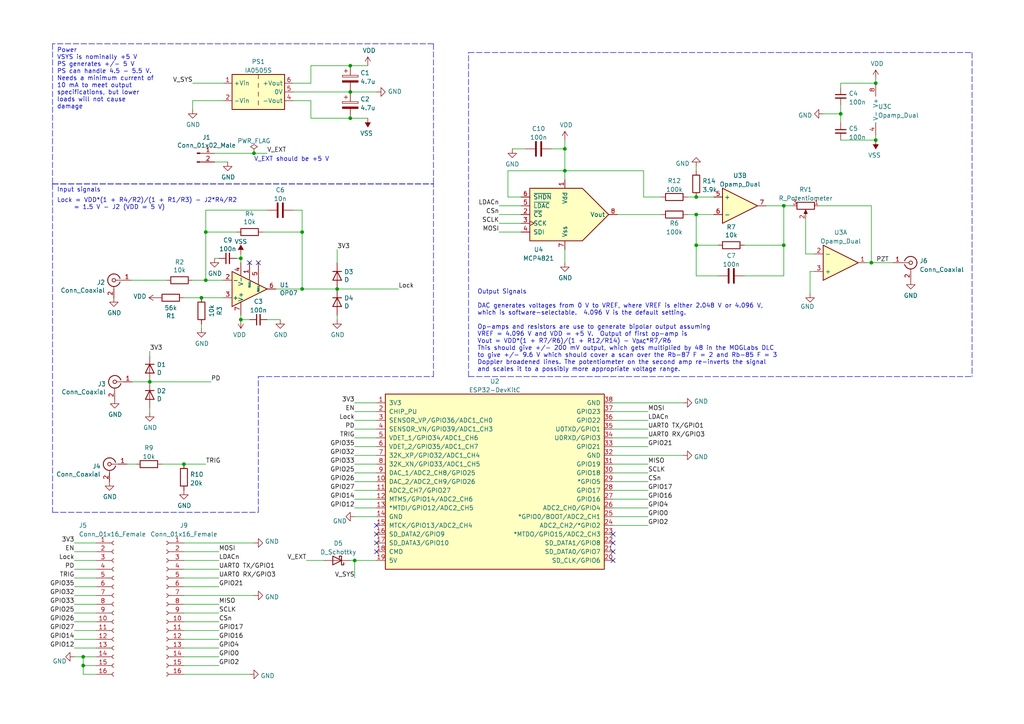
<source format=kicad_sch>
(kicad_sch (version 20211123) (generator eeschema)
  (paper "A4")
  (lib_symbols
    (symbol "Amplifier_Operational:TL081" (pin_names (offset 0.127))
      (property "Reference" "U" (at 0 6.35 0))
      (property "Value" "TL081" (at 0 3.81 0))
      (symbol "TL081_0_1"
        (polyline (pts (xy -5.08 5.08) (xy 5.08 0) (xy -5.08 -5.08) (xy -5.08 5.08)) (stroke (width 0.254)) (fill (type background)))
      )
      (symbol "TL081_1_1"
        (pin input line (at 0 -7.62 90) (length 5.08) (name "NULL") (number "1"))
        (pin input line (at -7.62 -2.54 0) (length 2.54) (name "-") (number "2"))
        (pin input line (at -7.62 2.54 0) (length 2.54) (name "+") (number "3"))
        (pin power_in line (at -2.54 -7.62 90) (length 3.81) (name "V-") (number "4"))
        (pin input line (at 2.54 -7.62 90) (length 6.35) (name "NULL") (number "5"))
        (pin output line (at 7.62 0 180) (length 2.54) (name "~") (number "6"))
        (pin power_in line (at -2.54 7.62 270) (length 3.81) (name "V+") (number "7"))
        (pin no_connect line (at 0 2.54 270) (length 2.54) hide (name "NC") (number "8"))
      )
    )
    (symbol "Analog_DAC:MCP4821" (pin_names (offset 1.016))
      (property "Reference" "U" (at 1.27 10.795 0))
      (property "Value" "MCP4821" (at 1.27 8.89 0))
      (symbol "MCP4821_0_0"
        (polyline (pts (xy 12.7 0) (xy 5.08 7.62) (xy -10.16 7.62) (xy -10.16 -7.62) (xy 5.08 -7.62) (xy 12.7 0)) (stroke (width 0.254)) (fill (type background)))
      )
      (symbol "MCP4821_1_1"
        (pin power_in line (at 0 10.16 270) (length 2.54) (name "Vdd") (number "1"))
        (pin input line (at -12.7 0 0) (length 2.54) (name "~{CS}") (number "2"))
        (pin input clock (at -12.7 -2.54 0) (length 2.54) (name "SCK") (number "3"))
        (pin input line (at -12.7 -5.08 0) (length 2.54) (name "SDI") (number "4"))
        (pin input line (at -12.7 2.54 0) (length 2.54) (name "~{LDAC}") (number "5"))
        (pin input line (at -12.7 5.08 0) (length 2.54) (name "~{SHDN}") (number "6"))
        (pin power_in line (at 0 -10.16 90) (length 2.54) (name "Vss") (number "7"))
        (pin output line (at 15.24 0 180) (length 2.54) (name "Vout") (number "8"))
      )
    )
    (symbol "Connector:Conn_01x02_Male" (pin_names (offset 1.016) hide)
      (property "Reference" "J" (at 0 2.54 0))
      (property "Value" "Conn_01x02_Male" (at 0 -5.08 0))
      (symbol "Conn_01x02_Male_1_1"
        (polyline (pts (xy 1.27 -2.54) (xy 0.8636 -2.54)) (stroke (width 0.1524)))
        (polyline (pts (xy 1.27 0) (xy 0.8636 0)) (stroke (width 0.1524)))
        (rectangle (start 0.8636 -2.413) (end 0 -2.667) (stroke (width 0.1524)) (fill (type outline)))
        (rectangle (start 0.8636 0.127) (end 0 -0.127) (stroke (width 0.1524)) (fill (type outline)))
        (pin passive line (at 5.08 0 180) (length 3.81) (name "Pin_1") (number "1"))
        (pin passive line (at 5.08 -2.54 180) (length 3.81) (name "Pin_2") (number "2"))
      )
    )
    (symbol "Connector:Conn_01x16_Female" (pin_names (offset 1.016) hide)
      (property "Reference" "J" (at 0 20.32 0))
      (property "Value" "Conn_01x16_Female" (at 0 -22.86 0))
      (symbol "Conn_01x16_Female_1_1"
        (arc (start 0 -19.812) (mid -0.508 -20.32) (end 0 -20.828) (stroke (width 0.1524)))
        (arc (start 0 -17.272) (mid -0.508 -17.78) (end 0 -18.288) (stroke (width 0.1524)))
        (arc (start 0 -14.732) (mid -0.508 -15.24) (end 0 -15.748) (stroke (width 0.1524)))
        (arc (start 0 -12.192) (mid -0.508 -12.7) (end 0 -13.208) (stroke (width 0.1524)))
        (arc (start 0 -9.652) (mid -0.508 -10.16) (end 0 -10.668) (stroke (width 0.1524)))
        (arc (start 0 -7.112) (mid -0.508 -7.62) (end 0 -8.128) (stroke (width 0.1524)))
        (arc (start 0 -4.572) (mid -0.508 -5.08) (end 0 -5.588) (stroke (width 0.1524)))
        (arc (start 0 -2.032) (mid -0.508 -2.54) (end 0 -3.048) (stroke (width 0.1524)))
        (polyline (pts (xy -1.27 -20.32) (xy -0.508 -20.32)) (stroke (width 0.1524)))
        (polyline (pts (xy -1.27 -17.78) (xy -0.508 -17.78)) (stroke (width 0.1524)))
        (polyline (pts (xy -1.27 -15.24) (xy -0.508 -15.24)) (stroke (width 0.1524)))
        (polyline (pts (xy -1.27 -12.7) (xy -0.508 -12.7)) (stroke (width 0.1524)))
        (polyline (pts (xy -1.27 -10.16) (xy -0.508 -10.16)) (stroke (width 0.1524)))
        (polyline (pts (xy -1.27 -7.62) (xy -0.508 -7.62)) (stroke (width 0.1524)))
        (polyline (pts (xy -1.27 -5.08) (xy -0.508 -5.08)) (stroke (width 0.1524)))
        (polyline (pts (xy -1.27 -2.54) (xy -0.508 -2.54)) (stroke (width 0.1524)))
        (polyline (pts (xy -1.27 0) (xy -0.508 0)) (stroke (width 0.1524)))
        (polyline (pts (xy -1.27 2.54) (xy -0.508 2.54)) (stroke (width 0.1524)))
        (polyline (pts (xy -1.27 5.08) (xy -0.508 5.08)) (stroke (width 0.1524)))
        (polyline (pts (xy -1.27 7.62) (xy -0.508 7.62)) (stroke (width 0.1524)))
        (polyline (pts (xy -1.27 10.16) (xy -0.508 10.16)) (stroke (width 0.1524)))
        (polyline (pts (xy -1.27 12.7) (xy -0.508 12.7)) (stroke (width 0.1524)))
        (polyline (pts (xy -1.27 15.24) (xy -0.508 15.24)) (stroke (width 0.1524)))
        (polyline (pts (xy -1.27 17.78) (xy -0.508 17.78)) (stroke (width 0.1524)))
        (arc (start 0 0.508) (mid -0.508 0) (end 0 -0.508) (stroke (width 0.1524)))
        (arc (start 0 3.048) (mid -0.508 2.54) (end 0 2.032) (stroke (width 0.1524)))
        (arc (start 0 5.588) (mid -0.508 5.08) (end 0 4.572) (stroke (width 0.1524)))
        (arc (start 0 8.128) (mid -0.508 7.62) (end 0 7.112) (stroke (width 0.1524)))
        (arc (start 0 10.668) (mid -0.508 10.16) (end 0 9.652) (stroke (width 0.1524)))
        (arc (start 0 13.208) (mid -0.508 12.7) (end 0 12.192) (stroke (width 0.1524)))
        (arc (start 0 15.748) (mid -0.508 15.24) (end 0 14.732) (stroke (width 0.1524)))
        (arc (start 0 18.288) (mid -0.508 17.78) (end 0 17.272) (stroke (width 0.1524)))
        (pin passive line (at -5.08 17.78 0) (length 3.81) (name "Pin_1") (number "1"))
        (pin passive line (at -5.08 -5.08 0) (length 3.81) (name "Pin_10") (number "10"))
        (pin passive line (at -5.08 -7.62 0) (length 3.81) (name "Pin_11") (number "11"))
        (pin passive line (at -5.08 -10.16 0) (length 3.81) (name "Pin_12") (number "12"))
        (pin passive line (at -5.08 -12.7 0) (length 3.81) (name "Pin_13") (number "13"))
        (pin passive line (at -5.08 -15.24 0) (length 3.81) (name "Pin_14") (number "14"))
        (pin passive line (at -5.08 -17.78 0) (length 3.81) (name "Pin_15") (number "15"))
        (pin passive line (at -5.08 -20.32 0) (length 3.81) (name "Pin_16") (number "16"))
        (pin passive line (at -5.08 15.24 0) (length 3.81) (name "Pin_2") (number "2"))
        (pin passive line (at -5.08 12.7 0) (length 3.81) (name "Pin_3") (number "3"))
        (pin passive line (at -5.08 10.16 0) (length 3.81) (name "Pin_4") (number "4"))
        (pin passive line (at -5.08 7.62 0) (length 3.81) (name "Pin_5") (number "5"))
        (pin passive line (at -5.08 5.08 0) (length 3.81) (name "Pin_6") (number "6"))
        (pin passive line (at -5.08 2.54 0) (length 3.81) (name "Pin_7") (number "7"))
        (pin passive line (at -5.08 0 0) (length 3.81) (name "Pin_8") (number "8"))
        (pin passive line (at -5.08 -2.54 0) (length 3.81) (name "Pin_9") (number "9"))
      )
    )
    (symbol "Connector:Conn_Coaxial" (pin_names (offset 1.016) hide)
      (property "Reference" "J" (at 0.254 3.048 0))
      (property "Value" "Conn_Coaxial" (at 2.921 0 90))
      (symbol "Conn_Coaxial_0_1"
        (arc (start -1.778 -0.508) (mid 0.2311 -1.8066) (end 1.778 0) (stroke (width 0.254)))
        (polyline (pts (xy -2.54 0) (xy -0.508 0)))
        (polyline (pts (xy 0 -2.54) (xy 0 -1.778)))
        (circle (center 0 0) (radius 0.508) (stroke (width 0.2032)))
        (arc (start 1.778 0) (mid 0.2099 1.8101) (end -1.778 0.508) (stroke (width 0.254)))
      )
      (symbol "Conn_Coaxial_1_1"
        (pin passive line (at -5.08 0 0) (length 2.54) (name "In") (number "1"))
        (pin passive line (at 0 -5.08 90) (length 2.54) (name "Ext") (number "2"))
      )
    )
    (symbol "Converter_DCDC:IA0505S"
      (property "Reference" "PS" (at -7.62 6.35 0))
      (property "Value" "IA0505S" (at 1.27 6.35 0))
      (symbol "IA0505S_0_0"
        (pin power_in line (at -10.16 2.54 0) (length 2.54) (name "+Vin") (number "1"))
        (pin power_in line (at -10.16 -2.54 0) (length 2.54) (name "-Vin") (number "2"))
        (pin power_out line (at 10.16 -2.54 180) (length 2.54) (name "-Vout") (number "4"))
        (pin power_out line (at 10.16 0 180) (length 2.54) (name "0V") (number "5"))
        (pin power_out line (at 10.16 2.54 180) (length 2.54) (name "+Vout") (number "6"))
      )
      (symbol "IA0505S_0_1"
        (rectangle (start -7.62 5.08) (end 7.62 -5.08) (stroke (width 0.254)) (fill (type background)))
        (polyline (pts (xy 0 -2.54) (xy 0 -3.81)))
        (polyline (pts (xy 0 0) (xy 0 -1.27)))
        (polyline (pts (xy 0 2.54) (xy 0 1.27)))
        (polyline (pts (xy 0 5.08) (xy 0 3.81)))
      )
    )
    (symbol "Device:C" (pin_numbers hide) (pin_names (offset 0.254))
      (property "Reference" "C" (at 0.635 2.54 0))
      (property "Value" "C" (at 0.635 -2.54 0))
      (symbol "C_0_1"
        (polyline (pts (xy -2.032 -0.762) (xy 2.032 -0.762)) (stroke (width 0.508)))
        (polyline (pts (xy -2.032 0.762) (xy 2.032 0.762)) (stroke (width 0.508)))
      )
      (symbol "C_1_1"
        (pin passive line (at 0 3.81 270) (length 2.794) (name "~") (number "1"))
        (pin passive line (at 0 -3.81 90) (length 2.794) (name "~") (number "2"))
      )
    )
    (symbol "Device:C_Polarized" (pin_numbers hide) (pin_names (offset 0.254))
      (property "Reference" "C" (at 0.635 2.54 0))
      (property "Value" "C_Polarized" (at 0.635 -2.54 0))
      (symbol "C_Polarized_0_1"
        (rectangle (start -2.286 0.508) (end 2.286 1.016))
        (polyline (pts (xy -1.778 2.286) (xy -0.762 2.286)))
        (polyline (pts (xy -1.27 2.794) (xy -1.27 1.778)))
        (rectangle (start 2.286 -0.508) (end -2.286 -1.016) (fill (type outline)))
      )
      (symbol "C_Polarized_1_1"
        (pin passive line (at 0 3.81 270) (length 2.794) (name "~") (number "1"))
        (pin passive line (at 0 -3.81 90) (length 2.794) (name "~") (number "2"))
      )
    )
    (symbol "Device:C_Small" (pin_numbers hide) (pin_names (offset 0.254) hide)
      (property "Reference" "C" (at 0.254 1.778 0))
      (property "Value" "C_Small" (at 0.254 -2.032 0))
      (symbol "C_Small_0_1"
        (polyline (pts (xy -1.524 -0.508) (xy 1.524 -0.508)) (stroke (width 0.3302)))
        (polyline (pts (xy -1.524 0.508) (xy 1.524 0.508)) (stroke (width 0.3048)))
      )
      (symbol "C_Small_1_1"
        (pin passive line (at 0 2.54 270) (length 2.032) (name "~") (number "1"))
        (pin passive line (at 0 -2.54 90) (length 2.032) (name "~") (number "2"))
      )
    )
    (symbol "Device:D" (pin_numbers hide) (pin_names (offset 1.016) hide)
      (property "Reference" "D" (at 0 2.54 0))
      (property "Value" "D" (at 0 -2.54 0))
      (symbol "D_0_1"
        (polyline (pts (xy -1.27 1.27) (xy -1.27 -1.27)) (stroke (width 0.254)))
        (polyline (pts (xy 1.27 0) (xy -1.27 0)))
        (polyline (pts (xy 1.27 1.27) (xy 1.27 -1.27) (xy -1.27 0) (xy 1.27 1.27)) (stroke (width 0.254)))
      )
      (symbol "D_1_1"
        (pin passive line (at -3.81 0 0) (length 2.54) (name "K") (number "1"))
        (pin passive line (at 3.81 0 180) (length 2.54) (name "A") (number "2"))
      )
    )
    (symbol "Device:D_Schottky" (pin_numbers hide) (pin_names (offset 1.016) hide)
      (property "Reference" "D" (at 0 2.54 0))
      (property "Value" "D_Schottky" (at 0 -2.54 0))
      (symbol "D_Schottky_0_1"
        (polyline (pts (xy 1.27 0) (xy -1.27 0)))
        (polyline (pts (xy 1.27 1.27) (xy 1.27 -1.27) (xy -1.27 0) (xy 1.27 1.27)) (stroke (width 0.254)))
        (polyline (pts (xy -1.905 0.635) (xy -1.905 1.27) (xy -1.27 1.27) (xy -1.27 -1.27) (xy -0.635 -1.27) (xy -0.635 -0.635)) (stroke (width 0.254)))
      )
      (symbol "D_Schottky_1_1"
        (pin passive line (at -3.81 0 0) (length 2.54) (name "K") (number "1"))
        (pin passive line (at 3.81 0 180) (length 2.54) (name "A") (number "2"))
      )
    )
    (symbol "Device:Opamp_Dual"
      (property "Reference" "U" (at 0 5.08 0))
      (property "Value" "Opamp_Dual" (at 0 -5.08 0))
      (symbol "Opamp_Dual_1_1"
        (polyline (pts (xy -5.08 5.08) (xy 5.08 0) (xy -5.08 -5.08) (xy -5.08 5.08)) (stroke (width 0.254)) (fill (type background)))
        (pin output line (at 7.62 0 180) (length 2.54) (name "~") (number "1"))
        (pin input line (at -7.62 -2.54 0) (length 2.54) (name "-") (number "2"))
        (pin input line (at -7.62 2.54 0) (length 2.54) (name "+") (number "3"))
      )
      (symbol "Opamp_Dual_2_1"
        (polyline (pts (xy -5.08 5.08) (xy 5.08 0) (xy -5.08 -5.08) (xy -5.08 5.08)) (stroke (width 0.254)) (fill (type background)))
        (pin input line (at -7.62 2.54 0) (length 2.54) (name "+") (number "5"))
        (pin input line (at -7.62 -2.54 0) (length 2.54) (name "-") (number "6"))
        (pin output line (at 7.62 0 180) (length 2.54) (name "~") (number "7"))
      )
      (symbol "Opamp_Dual_3_1"
        (pin power_in line (at -2.54 -7.62 90) (length 3.81) (name "V-") (number "4"))
        (pin power_in line (at -2.54 7.62 270) (length 3.81) (name "V+") (number "8"))
      )
    )
    (symbol "Device:R" (pin_numbers hide) (pin_names (offset 0))
      (property "Reference" "R" (at 2.032 0 90))
      (property "Value" "R" (at 0 0 90))
      (symbol "R_0_1"
        (rectangle (start -1.016 -2.54) (end 1.016 2.54) (stroke (width 0.254)))
      )
      (symbol "R_1_1"
        (pin passive line (at 0 3.81 270) (length 1.27) (name "~") (number "1"))
        (pin passive line (at 0 -3.81 90) (length 1.27) (name "~") (number "2"))
      )
    )
    (symbol "Device:R_Potentiometer" (pin_names (offset 1.016) hide)
      (property "Reference" "RV" (at -4.445 0 90))
      (property "Value" "R_Potentiometer" (at -2.54 0 90))
      (symbol "R_Potentiometer_0_1"
        (polyline (pts (xy 2.54 0) (xy 1.524 0)))
        (polyline (pts (xy 1.143 0) (xy 2.286 0.508) (xy 2.286 -0.508) (xy 1.143 0)) (fill (type outline)))
        (rectangle (start 1.016 2.54) (end -1.016 -2.54) (stroke (width 0.254)))
      )
      (symbol "R_Potentiometer_1_1"
        (pin passive line (at 0 3.81 270) (length 1.27) (name "1") (number "1"))
        (pin passive line (at 3.81 0 180) (length 1.27) (name "2") (number "2"))
        (pin passive line (at 0 -3.81 90) (length 1.27) (name "3") (number "3"))
      )
    )
    (symbol "Espressif:ESP32-DevKitC" (pin_names (offset 1.016))
      (property "Reference" "U" (at -30.48 30.48 0))
      (property "Value" "ESP32-DevKitC" (at -30.48 27.94 0))
      (symbol "ESP32-DevKitC_0_0"
        (pin power_in line (at -33.02 -10.16 0) (length 2.54) (name "GND") (number "14"))
        (pin power_in line (at -33.02 -22.86 0) (length 2.54) (name "5V") (number "19"))
      )
      (symbol "ESP32-DevKitC_0_1"
        (rectangle (start -30.48 25.4) (end 33.02 -25.4) (stroke (width 0.254)) (fill (type background)))
      )
      (symbol "ESP32-DevKitC_1_1"
        (pin power_in line (at -33.02 22.86 0) (length 2.54) (name "3V3") (number "1"))
        (pin bidirectional line (at -33.02 0 0) (length 2.54) (name "DAC_2/ADC2_CH9/GPIO26") (number "10"))
        (pin bidirectional line (at -33.02 -2.54 0) (length 2.54) (name "ADC2_CH7/GPIO27") (number "11"))
        (pin bidirectional line (at -33.02 -5.08 0) (length 2.54) (name "MTMS/GPIO14/ADC2_CH6") (number "12"))
        (pin bidirectional line (at -33.02 -7.62 0) (length 2.54) (name "*MTDI/GPIO12/ADC2_CH5") (number "13"))
        (pin bidirectional line (at -33.02 -12.7 0) (length 2.54) (name "MTCK/GPIO13/ADC2_CH4") (number "15"))
        (pin bidirectional line (at -33.02 -15.24 0) (length 2.54) (name "SD_DATA2/GPIO9") (number "16"))
        (pin bidirectional line (at -33.02 -17.78 0) (length 2.54) (name "SD_DATA3/GPIO10") (number "17"))
        (pin bidirectional line (at -33.02 -20.32 0) (length 2.54) (name "CMD") (number "18"))
        (pin input line (at -33.02 20.32 0) (length 2.54) (name "CHIP_PU") (number "2"))
        (pin bidirectional line (at 35.56 -22.86 180) (length 2.54) (name "SD_CLK/GPIO6") (number "20"))
        (pin bidirectional line (at 35.56 -20.32 180) (length 2.54) (name "SD_DATA0/GPIO7") (number "21"))
        (pin bidirectional line (at 35.56 -17.78 180) (length 2.54) (name "SD_DATA1/GPIO8") (number "22"))
        (pin bidirectional line (at 35.56 -15.24 180) (length 2.54) (name "*MTDO/GPIO15/ADC2_CH3") (number "23"))
        (pin bidirectional line (at 35.56 -12.7 180) (length 2.54) (name "ADC2_CH2/*GPIO2") (number "24"))
        (pin bidirectional line (at 35.56 -10.16 180) (length 2.54) (name "*GPIO0/BOOT/ADC2_CH1") (number "25"))
        (pin bidirectional line (at 35.56 -7.62 180) (length 2.54) (name "ADC2_CH0/GPIO4") (number "26"))
        (pin bidirectional line (at 35.56 -5.08 180) (length 2.54) (name "GPIO16") (number "27"))
        (pin bidirectional line (at 35.56 -2.54 180) (length 2.54) (name "GPIO17") (number "28"))
        (pin bidirectional line (at 35.56 0 180) (length 2.54) (name "*GPIO5") (number "29"))
        (pin input line (at -33.02 17.78 0) (length 2.54) (name "SENSOR_VP/GPIO36/ADC1_CH0") (number "3"))
        (pin bidirectional line (at 35.56 2.54 180) (length 2.54) (name "GPIO18") (number "30"))
        (pin bidirectional line (at 35.56 5.08 180) (length 2.54) (name "GPIO19") (number "31"))
        (pin power_in line (at 35.56 7.62 180) (length 2.54) (name "GND") (number "32"))
        (pin bidirectional line (at 35.56 10.16 180) (length 2.54) (name "GPIO21") (number "33"))
        (pin bidirectional line (at 35.56 12.7 180) (length 2.54) (name "U0RXD/GPIO3") (number "34"))
        (pin bidirectional line (at 35.56 15.24 180) (length 2.54) (name "U0TXD/GPIO1") (number "35"))
        (pin bidirectional line (at 35.56 17.78 180) (length 2.54) (name "GPIO22") (number "36"))
        (pin bidirectional line (at 35.56 20.32 180) (length 2.54) (name "GPIO23") (number "37"))
        (pin power_in line (at 35.56 22.86 180) (length 2.54) (name "GND") (number "38"))
        (pin input line (at -33.02 15.24 0) (length 2.54) (name "SENSOR_VN/GPIO39/ADC1_CH3") (number "4"))
        (pin input line (at -33.02 12.7 0) (length 2.54) (name "VDET_1/GPIO34/ADC1_CH6") (number "5"))
        (pin input line (at -33.02 10.16 0) (length 2.54) (name "VDET_2/GPIO35/ADC1_CH7") (number "6"))
        (pin bidirectional line (at -33.02 7.62 0) (length 2.54) (name "32K_XP/GPIO32/ADC1_CH4") (number "7"))
        (pin bidirectional line (at -33.02 5.08 0) (length 2.54) (name "32K_XN/GPIO33/ADC1_CH5") (number "8"))
        (pin bidirectional line (at -33.02 2.54 0) (length 2.54) (name "DAC_1/ADC2_CH8/GPIO25") (number "9"))
      )
    )
    (symbol "power:GND" (power) (pin_names (offset 0))
      (property "Value" "GND" (at 0 -3.81 0))
      (symbol "GND_0_1"
        (polyline (pts (xy 0 0) (xy 0 -1.27) (xy 1.27 -1.27) (xy 0 -2.54) (xy -1.27 -1.27) (xy 0 -1.27)))
      )
      (symbol "GND_1_1"
        (pin power_in line (at 0 0 270) (length 0) hide (name "GND") (number "1"))
      )
    )
    (symbol "power:PWR_FLAG" (power) (pin_numbers hide) (pin_names (offset 0) hide)
      (property "Value" "PWR_FLAG" (at 0 3.81 0))
      (symbol "PWR_FLAG_0_0"
        (pin power_out line (at 0 0 90) (length 0) (name "pwr") (number "1"))
      )
      (symbol "PWR_FLAG_0_1"
        (polyline (pts (xy 0 0) (xy 0 1.27) (xy -1.016 1.905) (xy 0 2.54) (xy 1.016 1.905) (xy 0 1.27)))
      )
    )
    (symbol "power:VDD" (power) (pin_names (offset 0))
      (property "Value" "VDD" (at 0 3.81 0))
      (symbol "VDD_0_1"
        (polyline (pts (xy -0.762 1.27) (xy 0 2.54)))
        (polyline (pts (xy 0 0) (xy 0 2.54)))
        (polyline (pts (xy 0 2.54) (xy 0.762 1.27)))
      )
      (symbol "VDD_1_1"
        (pin power_in line (at 0 0 90) (length 0) hide (name "VDD") (number "1"))
      )
    )
    (symbol "power:VSS" (power) (pin_names (offset 0))
      (property "Value" "VSS" (at 0 3.81 0))
      (symbol "VSS_0_1"
        (polyline (pts (xy 0 0) (xy 0 2.54)))
        (polyline (pts (xy 0.762 1.27) (xy -0.762 1.27) (xy 0 2.54) (xy 0.762 1.27)) (fill (type outline)))
      )
      (symbol "VSS_1_1"
        (pin power_in line (at 0 0 90) (length 0) hide (name "VSS") (number "1"))
      )
    )
  )
  (junction (at 58.42 86.36))
  (junction (at 201.93 71.12))
  (junction (at 59.69 81.28))
  (junction (at 201.93 62.23))
  (junction (at 252.73 76.2))
  (junction (at 227.33 59.69))
  (junction (at 201.93 57.15))
  (junction (at 243.84 33.02))
  (junction (at 163.83 49.53))
  (junction (at 24.13 193.04))
  (junction (at 254 40.64))
  (junction (at 87.63 67.31))
  (junction (at 102.87 162.56))
  (junction (at 24.13 190.5))
  (junction (at 97.79 83.82))
  (junction (at 163.83 43.18))
  (junction (at 53.34 134.62))
  (junction (at 101.6 34.29))
  (junction (at 69.85 74.93))
  (junction (at 87.63 83.82))
  (junction (at 69.85 92.71))
  (junction (at 101.6 26.67))
  (junction (at 227.33 71.12))
  (junction (at 43.434 110.744))
  (junction (at 73.66 44.45))
  (junction (at 59.69 67.31))
  (junction (at 254 24.13))
  (junction (at 101.6 19.05))
  (no_connect (at 109.22 157.48))
  (no_connect (at 177.8 154.94))
  (no_connect (at 177.8 160.02))
  (no_connect (at 177.8 157.48))
  (no_connect (at 74.93 76.2))
  (no_connect (at 109.22 152.4))
  (no_connect (at 177.8 162.56))
  (no_connect (at 72.39 76.2))
  (no_connect (at 109.22 154.94))
  (no_connect (at 109.22 160.02))
  (wire (pts (xy 101.6 162.56) (xy 102.87 162.56)))
  (wire (pts (xy 73.66 44.45) (xy 77.47 44.45)))
  (wire (pts (xy 53.34 162.56) (xy 63.5 162.56)))
  (wire (pts (xy 38.354 110.744) (xy 43.434 110.744)))
  (wire (pts (xy 227.33 71.12) (xy 227.33 80.01)))
  (wire (pts (xy 53.34 167.64) (xy 63.5 167.64)))
  (wire (pts (xy 85.09 24.13) (xy 90.17 24.13)))
  (wire (pts (xy 227.33 59.69) (xy 229.87 59.69)))
  (wire (pts (xy 102.87 139.7) (xy 109.22 139.7)))
  (wire (pts (xy 62.23 46.99) (xy 66.04 46.99)))
  (wire (pts (xy 186.69 49.53) (xy 186.69 57.15)))
  (wire (pts (xy 53.34 187.96) (xy 63.5 187.96)))
  (wire (pts (xy 243.84 40.64) (xy 254 40.64)))
  (wire (pts (xy 101.6 34.29) (xy 106.68 34.29)))
  (wire (pts (xy 88.9 162.56) (xy 93.98 162.56)))
  (wire (pts (xy 148.59 43.18) (xy 152.4 43.18)))
  (wire (pts (xy 102.87 116.84) (xy 109.22 116.84)))
  (wire (pts (xy 69.85 74.93) (xy 69.85 76.2)))
  (wire (pts (xy 53.34 134.62) (xy 59.69 134.62)))
  (wire (pts (xy 21.59 165.1) (xy 27.94 165.1)))
  (wire (pts (xy 177.8 137.16) (xy 187.96 137.16)))
  (wire (pts (xy 27.94 195.58) (xy 24.13 195.58)))
  (wire (pts (xy 77.47 60.96) (xy 59.69 60.96)))
  (wire (pts (xy 251.46 76.2) (xy 252.73 76.2)))
  (wire (pts (xy 85.09 26.67) (xy 101.6 26.67)))
  (wire (pts (xy 177.8 152.4) (xy 187.96 152.4)))
  (wire (pts (xy 87.63 83.82) (xy 97.79 83.82)))
  (wire (pts (xy 201.93 62.23) (xy 201.93 71.12)))
  (wire (pts (xy 101.6 19.05) (xy 106.68 19.05)))
  (wire (pts (xy 21.59 185.42) (xy 27.94 185.42)))
  (wire (pts (xy 236.22 78.74) (xy 234.95 78.74)))
  (wire (pts (xy 101.6 26.67) (xy 109.22 26.67)))
  (wire (pts (xy 55.88 31.75) (xy 55.88 29.21)))
  (wire (pts (xy 201.93 80.01) (xy 208.28 80.01)))
  (wire (pts (xy 87.63 60.96) (xy 87.63 67.31)))
  (polyline (pts (xy 281.94 15.24) (xy 281.94 109.22)))
  (wire (pts (xy 243.84 33.02) (xy 243.84 30.48)))
  (wire (pts (xy 90.17 24.13) (xy 90.17 19.05)))
  (wire (pts (xy 163.83 49.53) (xy 186.69 49.53)))
  (wire (pts (xy 53.34 195.58) (xy 72.39 195.58)))
  (wire (pts (xy 102.87 121.92) (xy 109.22 121.92)))
  (wire (pts (xy 102.87 134.62) (xy 109.22 134.62)))
  (polyline (pts (xy 74.93 109.22) (xy 125.73 109.22)))
  (wire (pts (xy 254 24.13) (xy 243.84 24.13)))
  (wire (pts (xy 163.83 72.39) (xy 163.83 76.2)))
  (wire (pts (xy 199.39 62.23) (xy 201.93 62.23)))
  (wire (pts (xy 68.58 74.93) (xy 69.85 74.93)))
  (wire (pts (xy 177.8 124.46) (xy 187.96 124.46)))
  (wire (pts (xy 55.88 24.13) (xy 64.77 24.13)))
  (wire (pts (xy 177.8 129.54) (xy 187.96 129.54)))
  (polyline (pts (xy 74.93 148.59) (xy 74.93 109.22)))
  (wire (pts (xy 68.58 67.31) (xy 59.69 67.31)))
  (wire (pts (xy 163.83 49.53) (xy 163.83 52.07)))
  (wire (pts (xy 90.17 29.21) (xy 90.17 34.29)))
  (wire (pts (xy 21.59 172.72) (xy 27.94 172.72)))
  (wire (pts (xy 144.78 59.69) (xy 151.13 59.69)))
  (polyline (pts (xy 125.73 12.7) (xy 15.24 12.7)))
  (wire (pts (xy 97.79 83.82) (xy 115.57 83.82)))
  (wire (pts (xy 69.85 92.71) (xy 72.39 92.71)))
  (wire (pts (xy 147.32 57.15) (xy 151.13 57.15)))
  (wire (pts (xy 62.23 74.93) (xy 63.5 74.93)))
  (polyline (pts (xy 125.73 109.22) (xy 125.73 53.34)))
  (wire (pts (xy 53.34 193.04) (xy 63.5 193.04)))
  (wire (pts (xy 58.42 95.25) (xy 58.42 93.98)))
  (wire (pts (xy 21.59 175.26) (xy 27.94 175.26)))
  (polyline (pts (xy 125.73 12.7) (xy 125.73 53.34)))
  (wire (pts (xy 53.34 157.48) (xy 73.66 157.48)))
  (wire (pts (xy 234.95 78.74) (xy 234.95 85.09)))
  (wire (pts (xy 55.88 29.21) (xy 64.77 29.21)))
  (wire (pts (xy 43.434 101.854) (xy 43.434 103.124)))
  (wire (pts (xy 21.59 170.18) (xy 27.94 170.18)))
  (wire (pts (xy 227.33 71.12) (xy 227.33 59.69)))
  (wire (pts (xy 38.1 81.28) (xy 48.26 81.28)))
  (wire (pts (xy 62.23 44.45) (xy 73.66 44.45)))
  (wire (pts (xy 53.34 86.36) (xy 58.42 86.36)))
  (wire (pts (xy 186.69 57.15) (xy 191.77 57.15)))
  (wire (pts (xy 43.434 119.634) (xy 43.434 118.364)))
  (wire (pts (xy 24.13 195.58) (xy 24.13 193.04)))
  (wire (pts (xy 76.2 67.31) (xy 87.63 67.31)))
  (wire (pts (xy 177.8 144.78) (xy 187.96 144.78)))
  (wire (pts (xy 102.87 119.38) (xy 109.22 119.38)))
  (wire (pts (xy 21.59 162.56) (xy 27.94 162.56)))
  (wire (pts (xy 59.69 67.31) (xy 59.69 81.28)))
  (wire (pts (xy 21.59 182.88) (xy 27.94 182.88)))
  (wire (pts (xy 163.83 43.18) (xy 163.83 49.53)))
  (wire (pts (xy 59.69 81.28) (xy 64.77 81.28)))
  (wire (pts (xy 43.434 110.744) (xy 61.214 110.744)))
  (wire (pts (xy 59.69 60.96) (xy 59.69 67.31)))
  (wire (pts (xy 90.17 29.21) (xy 85.09 29.21)))
  (wire (pts (xy 53.34 182.88) (xy 63.5 182.88)))
  (wire (pts (xy 69.85 92.71) (xy 69.85 91.44)))
  (wire (pts (xy 254 39.37) (xy 254 40.64)))
  (wire (pts (xy 27.94 193.04) (xy 24.13 193.04)))
  (wire (pts (xy 24.13 193.04) (xy 24.13 190.5)))
  (wire (pts (xy 97.79 72.39) (xy 97.79 76.2)))
  (wire (pts (xy 177.8 121.92) (xy 187.96 121.92)))
  (wire (pts (xy 177.8 116.84) (xy 198.12 116.84)))
  (wire (pts (xy 177.8 127) (xy 187.96 127)))
  (wire (pts (xy 53.34 160.02) (xy 63.5 160.02)))
  (wire (pts (xy 160.02 43.18) (xy 163.83 43.18)))
  (polyline (pts (xy 15.24 53.34) (xy 15.24 148.59)))
  (wire (pts (xy 252.73 76.2) (xy 259.08 76.2)))
  (polyline (pts (xy 15.24 12.7) (xy 15.24 53.34)))
  (wire (pts (xy 243.84 33.02) (xy 243.84 35.56)))
  (wire (pts (xy 53.34 165.1) (xy 63.5 165.1)))
  (wire (pts (xy 102.87 147.32) (xy 109.22 147.32)))
  (wire (pts (xy 144.78 64.77) (xy 151.13 64.77)))
  (wire (pts (xy 177.8 149.86) (xy 187.96 149.86)))
  (wire (pts (xy 163.83 49.53) (xy 147.32 49.53)))
  (wire (pts (xy 58.42 86.36) (xy 64.77 86.36)))
  (wire (pts (xy 102.87 142.24) (xy 109.22 142.24)))
  (wire (pts (xy 87.63 83.82) (xy 80.01 83.82)))
  (wire (pts (xy 36.83 134.62) (xy 39.37 134.62)))
  (wire (pts (xy 201.93 71.12) (xy 201.93 80.01)))
  (wire (pts (xy 102.87 144.78) (xy 109.22 144.78)))
  (wire (pts (xy 201.93 48.26) (xy 201.93 49.53)))
  (wire (pts (xy 21.59 187.96) (xy 27.94 187.96)))
  (wire (pts (xy 53.34 170.18) (xy 63.5 170.18)))
  (wire (pts (xy 254 22.86) (xy 254 24.13)))
  (wire (pts (xy 102.87 124.46) (xy 109.22 124.46)))
  (wire (pts (xy 21.59 157.48) (xy 27.94 157.48)))
  (wire (pts (xy 85.09 60.96) (xy 87.63 60.96)))
  (wire (pts (xy 144.78 67.31) (xy 151.13 67.31)))
  (wire (pts (xy 201.93 71.12) (xy 208.28 71.12)))
  (wire (pts (xy 102.87 129.54) (xy 109.22 129.54)))
  (wire (pts (xy 102.87 137.16) (xy 109.22 137.16)))
  (polyline (pts (xy 15.24 53.34) (xy 125.73 53.34)))
  (wire (pts (xy 237.49 59.69) (xy 252.73 59.69)))
  (wire (pts (xy 53.34 177.8) (xy 63.5 177.8)))
  (wire (pts (xy 227.33 59.69) (xy 222.25 59.69)))
  (wire (pts (xy 53.34 190.5) (xy 63.5 190.5)))
  (wire (pts (xy 177.8 132.08) (xy 198.12 132.08)))
  (wire (pts (xy 233.68 63.5) (xy 233.68 73.66)))
  (polyline (pts (xy 15.24 53.34) (xy 125.73 53.34)))
  (wire (pts (xy 102.87 162.56) (xy 109.22 162.56)))
  (wire (pts (xy 215.9 71.12) (xy 227.33 71.12)))
  (wire (pts (xy 147.32 49.53) (xy 147.32 57.15)))
  (wire (pts (xy 199.39 57.15) (xy 201.93 57.15)))
  (wire (pts (xy 90.17 19.05) (xy 101.6 19.05)))
  (wire (pts (xy 53.34 180.34) (xy 63.5 180.34)))
  (polyline (pts (xy 135.89 109.22) (xy 281.94 109.22)))
  (polyline (pts (xy 15.24 148.59) (xy 74.93 148.59)))
  (wire (pts (xy 55.88 81.28) (xy 59.69 81.28)))
  (wire (pts (xy 177.8 139.7) (xy 187.96 139.7)))
  (wire (pts (xy 46.99 134.62) (xy 53.34 134.62)))
  (wire (pts (xy 21.59 190.5) (xy 24.13 190.5)))
  (wire (pts (xy 87.63 67.31) (xy 87.63 83.82)))
  (wire (pts (xy 102.87 132.08) (xy 109.22 132.08)))
  (polyline (pts (xy 135.89 15.24) (xy 281.94 15.24)))
  (wire (pts (xy 102.87 149.86) (xy 109.22 149.86)))
  (wire (pts (xy 21.59 167.64) (xy 27.94 167.64)))
  (wire (pts (xy 201.93 62.23) (xy 207.01 62.23)))
  (wire (pts (xy 177.8 119.38) (xy 187.96 119.38)))
  (wire (pts (xy 177.8 134.62) (xy 187.96 134.62)))
  (wire (pts (xy 144.78 62.23) (xy 151.13 62.23)))
  (wire (pts (xy 53.34 185.42) (xy 63.5 185.42)))
  (wire (pts (xy 201.93 57.15) (xy 207.01 57.15)))
  (wire (pts (xy 243.84 24.13) (xy 243.84 25.4)))
  (wire (pts (xy 163.83 40.64) (xy 163.83 43.18)))
  (wire (pts (xy 77.47 92.71) (xy 81.28 92.71)))
  (wire (pts (xy 21.59 160.02) (xy 27.94 160.02)))
  (wire (pts (xy 252.73 59.69) (xy 252.73 76.2)))
  (wire (pts (xy 97.79 92.71) (xy 97.79 91.44)))
  (wire (pts (xy 24.13 190.5) (xy 27.94 190.5)))
  (polyline (pts (xy 135.89 109.22) (xy 135.89 15.24)))
  (wire (pts (xy 53.34 175.26) (xy 63.5 175.26)))
  (wire (pts (xy 21.59 177.8) (xy 27.94 177.8)))
  (wire (pts (xy 90.17 34.29) (xy 101.6 34.29)))
  (wire (pts (xy 53.34 172.72) (xy 73.66 172.72)))
  (wire (pts (xy 233.68 73.66) (xy 236.22 73.66)))
  (wire (pts (xy 215.9 80.01) (xy 227.33 80.01)))
  (wire (pts (xy 21.59 180.34) (xy 27.94 180.34)))
  (wire (pts (xy 177.8 147.32) (xy 187.96 147.32)))
  (wire (pts (xy 102.87 127) (xy 109.22 127)))
  (wire (pts (xy 69.85 73.66) (xy 69.85 74.93)))
  (wire (pts (xy 177.8 142.24) (xy 187.96 142.24)))
  (wire (pts (xy 179.07 62.23) (xy 191.77 62.23)))
  (wire (pts (xy 102.87 162.56) (xy 102.87 167.64)))
  (wire (pts (xy 238.76 33.02) (xy 243.84 33.02)))
  (text "Power\nVSYS is nominally +5 V\nPS generates +/- 5 V\nPS can handle 4.5 - 5.5 V. \nNeeds a minimum current of\n10 mA to meet output\nspecifications, but lower \nloads will not cause\ndamage" (at 16.51 31.75 0) (effects (font (size 1.27 1.27)) (justify left bottom)))
  (text "V_EXT should be +5 V" (at 73.66 46.99 0) (effects (font (size 1.27 1.27)) (justify left bottom)))
  (text "Output Signals\n\nDAC generates voltages from 0 V to VREF, where VREF is either 2.048 V or 4.096 V,\nwhich is software-selectable.  4.096 V is the default setting.\n\nOp-amps and resistors are use to generate bipolar output assuming\nVREF = 4.096 V and VDD = +5 V.  Output of first op-amp is\nVout = VDD*(1 + R7/R6)/(1 + R12/R14) - V_{DAC}*R7/R6\nThis should give +/- 200 mV output, which gets multiplied by 48 in the MOGLabs DLC\nto give +/- 9.6 V which should cover a scan over the Rb-87 F = 2 and Rb-85 F = 3\nDoppler broadened lines. The potentiometer on the second amp re-inverts the signal\nand scales it to a possibly more appropriate voltage range." (at 138.43 107.95 0) (effects (font (size 1.27 1.27)) (justify left bottom)))
  (text "Input signals" (at 16.51 55.88 0) (effects (font (size 1.27 1.27)) (justify left bottom)))
  (text "Lock = VDD*(1 + R4/R2)/(1 + R1/R3) - J2*R4/R2\n     = 1.5 V - J2 (VDD = 5 V)" (at 16.51 60.96 0) (effects (font (size 1.27 1.27)) (justify left bottom)))
  (label "Lock" (at 115.57 83.82 0))
  (label "GPIO25" (at 102.87 137.16 180))
  (label "V_EXT" (at 77.47 44.45 0))
  (label "V_EXT" (at 88.9 162.56 180))
  (label "GPIO2" (at 187.96 152.4 0))
  (label "V_SYS" (at 102.87 167.64 180))
  (label "LDACn" (at 144.78 59.69 180))
  (label "LDACn" (at 187.96 121.92 0))
  (label "Lock" (at 21.59 162.56 180))
  (label "EN" (at 102.87 119.38 180))
  (label "3V3" (at 102.87 116.84 180))
  (label "GPIO14" (at 102.87 144.78 180))
  (label "GPIO26" (at 21.59 180.34 180))
  (label "Lock" (at 102.87 121.92 180))
  (label "TRIG" (at 21.59 167.64 180))
  (label "CSn" (at 187.96 139.7 0))
  (label "CSn" (at 144.78 62.23 180))
  (label "GPIO0" (at 187.96 149.86 0))
  (label "EN" (at 21.59 160.02 180))
  (label "GPIO0" (at 63.5 190.5 0))
  (label "PD" (at 102.87 124.46 180))
  (label "MISO" (at 63.5 175.26 0))
  (label "SCLK" (at 187.96 137.16 0))
  (label "GPIO25" (at 21.59 177.8 180))
  (label "GPIO35" (at 102.87 129.54 180))
  (label "GPIO26" (at 102.87 139.7 180))
  (label "MISO" (at 187.96 134.62 0))
  (label "GPIO33" (at 21.59 175.26 180))
  (label "UART0 RX{slash}GPIO3" (at 187.96 127 0))
  (label "GPIO17" (at 63.5 182.88 0))
  (label "GPIO21" (at 63.5 170.18 0))
  (label "GPIO16" (at 187.96 144.78 0))
  (label "UART0 TX{slash}GPIO1" (at 187.96 124.46 0))
  (label "MOSI" (at 144.78 67.31 180))
  (label "GPIO33" (at 102.87 134.62 180))
  (label "PZT" (at 257.81 76.2 180))
  (label "PD" (at 61.214 110.744 0))
  (label "LDACn" (at 63.5 162.56 0))
  (label "GPIO32" (at 102.87 132.08 180))
  (label "V_SYS" (at 55.88 24.13 180))
  (label "SCLK" (at 144.78 64.77 180))
  (label "CSn" (at 63.5 180.34 0))
  (label "TRIG" (at 102.87 127 180))
  (label "GPIO12" (at 21.59 187.96 180))
  (label "MOSI" (at 63.5 160.02 0))
  (label "GPIO32" (at 21.59 172.72 180))
  (label "GPIO4" (at 187.96 147.32 0))
  (label "GPIO12" (at 102.87 147.32 180))
  (label "GPIO21" (at 187.96 129.54 0))
  (label "GPIO14" (at 21.59 185.42 180))
  (label "TRIG" (at 59.69 134.62 0))
  (label "3V3" (at 43.434 101.854 0))
  (label "GPIO4" (at 63.5 187.96 0))
  (label "GPIO2" (at 63.5 193.04 0))
  (label "UART0 TX{slash}GPIO1" (at 63.5 165.1 0))
  (label "MOSI" (at 187.96 119.38 0))
  (label "PD" (at 21.59 165.1 180))
  (label "SCLK" (at 63.5 177.8 0))
  (label "3V3" (at 21.59 157.48 180))
  (label "GPIO35" (at 21.59 170.18 180))
  (label "GPIO17" (at 187.96 142.24 0))
  (label "GPIO27" (at 21.59 182.88 180))
  (label "UART0 RX{slash}GPIO3" (at 63.5 167.64 0))
  (label "3V3" (at 97.79 72.39 0))
  (label "GPIO27" (at 102.87 142.24 180))
  (label "GPIO16" (at 63.5 185.42 0))
  (symbol (lib_id "Connector:Conn_Coaxial") (at 33.02 81.28 0) (mirror y) (unit 1)
    (property "Reference" "J2" (at 30.48 81.915 0) (effects (justify left)))
    (property "Value" "Conn_Coaxial" (at 30.48 84.2264 0) (effects (justify left)))
    (property "Footprint" "custom-connectors:BNC_Molex_0731000167" (effects hide))
    (property "Datasheet" " ~" (effects hide))
    (property "Digikey Part Number" "WM4089-ND" (effects hide))
  )
  (symbol (lib_id "Device:R") (at 52.07 81.28 270) (unit 1)
    (property "Reference" "R2" (at 52.07 76.0222 90))
    (property "Value" "10k" (at 52.07 78.3336 90))
    (property "Footprint" "Resistor_SMD:R_1206_3216Metric_Pad1.30x1.75mm_HandSolder" (effects hide))
    (property "Digikey Part Number" "RNCP1206FTD10K0CT-ND" (effects hide))
  )
  (symbol (lib_id "power:GND") (at 33.02 86.36 0) (unit 1)
    (property "Reference" "#PWR01" (effects hide))
    (property "Value" "GND" (at 33.147 90.7542 0))
  )
  (symbol (lib_id "Connector:Conn_01x02_Male") (at 57.15 44.45 0) (unit 1)
    (property "Reference" "J1" (at 59.8932 39.8526 0))
    (property "Value" "Conn_01x02_Male" (at 59.8932 42.164 0))
    (property "Footprint" "Connector_PinHeader_2.54mm:PinHeader_1x02_P2.54mm_Vertical" (effects hide))
    (property "Digikey Part Number" "2057-PH1-02-UA-ND" (effects hide))
  )
  (symbol (lib_id "power:GND") (at 55.88 31.75 0) (unit 1)
    (property "Reference" "#PWR04" (effects hide))
    (property "Value" "GND" (at 56.007 36.1442 0))
  )
  (symbol (lib_id "Device:D") (at 97.79 87.63 270) (unit 1)
    (property "Reference" "D4" (at 99.822 86.4616 90) (effects (justify left)))
    (property "Value" "D" (at 99.822 88.773 90) (effects (justify left)))
    (property "Footprint" "Diode_SMD:D_1206_3216Metric_Pad1.42x1.75mm_HandSolder" (effects hide))
    (property "Digikey Part Number" "478-7809-1-ND" (effects hide))
  )
  (symbol (lib_id "power:GND") (at 97.79 92.71 0) (unit 1)
    (property "Reference" "#PWR014" (effects hide))
    (property "Value" "GND" (at 97.917 97.1042 0))
  )
  (symbol (lib_id "Device:D") (at 97.79 80.01 270) (unit 1)
    (property "Reference" "D3" (at 99.822 78.8416 90) (effects (justify left)))
    (property "Value" "D" (at 99.822 81.153 90) (effects (justify left)))
    (property "Footprint" "Diode_SMD:D_1206_3216Metric_Pad1.42x1.75mm_HandSolder" (effects hide))
    (property "Digikey Part Number" "478-7809-1-ND" (effects hide))
  )
  (symbol (lib_id "power:VSS") (at 106.68 34.29 180) (unit 1)
    (property "Reference" "#PWR012" (effects hide))
    (property "Value" "VSS" (at 106.299 38.6842 0))
  )
  (symbol (lib_id "power:GND") (at 109.22 26.67 90) (unit 1)
    (property "Reference" "#PWR013" (effects hide))
    (property "Value" "GND" (at 112.4712 26.543 90) (effects (justify right)))
  )
  (symbol (lib_id "Connector:Conn_Coaxial") (at 33.274 110.744 0) (mirror y) (unit 1)
    (property "Reference" "J3" (at 30.734 111.379 0) (effects (justify left)))
    (property "Value" "Conn_Coaxial" (at 30.734 113.6904 0) (effects (justify left)))
    (property "Footprint" "custom-connectors:BNC_Molex_0731000167" (effects hide))
    (property "Datasheet" " ~" (effects hide))
    (property "Digikey Part Number" "WM4089-ND" (effects hide))
  )
  (symbol (lib_id "power:VDD") (at 106.68 19.05 0) (unit 1)
    (property "Reference" "#PWR011" (effects hide))
    (property "Value" "VDD" (at 107.061 14.6558 0))
  )
  (symbol (lib_id "Device:D") (at 43.434 114.554 270) (unit 1)
    (property "Reference" "D2" (at 45.466 113.3856 90) (effects (justify left)))
    (property "Value" "D" (at 45.466 115.697 90) (effects (justify left)))
    (property "Footprint" "Diode_SMD:D_1206_3216Metric_Pad1.42x1.75mm_HandSolder" (effects hide))
    (property "Digikey Part Number" "478-7809-1-ND" (effects hide))
  )
  (symbol (lib_id "power:GND") (at 43.434 119.634 0) (unit 1)
    (property "Reference" "#PWR05" (effects hide))
    (property "Value" "GND" (at 43.561 124.0282 0))
  )
  (symbol (lib_id "Device:D") (at 43.434 106.934 270) (unit 1)
    (property "Reference" "D1" (at 45.466 105.7656 90) (effects (justify left)))
    (property "Value" "D" (at 45.466 108.077 90) (effects (justify left)))
    (property "Footprint" "Diode_SMD:D_1206_3216Metric_Pad1.42x1.75mm_HandSolder" (effects hide))
    (property "Digikey Part Number" "478-7809-1-ND" (effects hide))
  )
  (symbol (lib_id "power:GND") (at 33.274 115.824 0) (unit 1)
    (property "Reference" "#PWR02" (effects hide))
    (property "Value" "GND" (at 33.401 120.2182 0))
  )
  (symbol (lib_id "power:VDD") (at 163.83 40.64 0) (unit 1)
    (property "Reference" "#PWR027" (effects hide))
    (property "Value" "VDD" (at 164.211 36.2458 0))
  )
  (symbol (lib_id "power:GND") (at 163.83 76.2 0) (unit 1)
    (property "Reference" "#PWR028" (effects hide))
    (property "Value" "GND" (at 163.957 80.5942 0))
  )
  (symbol (lib_id "Amplifier_Operational:TL081") (at 72.39 83.82 0) (mirror x) (unit 1)
    (property "Reference" "U1" (at 81.1276 82.6516 0) (effects (justify left)))
    (property "Value" "OP07" (at 81.1276 84.963 0) (effects (justify left)))
    (property "Footprint" "Package_SO:SOIC-8_5.23x5.23mm_P1.27mm" (effects hide))
    (property "Datasheet" "http://www.ti.com/lit/ds/symlink/tl081.pdf" (effects hide))
    (property "Digikey Part Number" "296-TL081HIDRCT-ND" (effects hide))
  )
  (symbol (lib_id "power:VDD") (at 69.85 92.71 180) (unit 1)
    (property "Reference" "#PWR09" (effects hide))
    (property "Value" "VDD" (at 69.469 97.1042 0))
  )
  (symbol (lib_id "Device:R") (at 72.39 67.31 270) (unit 1)
    (property "Reference" "R4" (at 72.39 62.0522 90))
    (property "Value" "10k" (at 72.39 64.3636 90))
    (property "Footprint" "Resistor_SMD:R_1206_3216Metric_Pad1.30x1.75mm_HandSolder" (effects hide))
    (property "Digikey Part Number" "RNCP1206FTD10K0CT-ND" (effects hide))
  )
  (symbol (lib_id "Device:R") (at 58.42 90.17 180) (unit 1)
    (property "Reference" "R3" (at 63.6778 90.17 90))
    (property "Value" "10k" (at 61.3664 90.17 90))
    (property "Footprint" "Resistor_SMD:R_1206_3216Metric_Pad1.30x1.75mm_HandSolder" (effects hide))
    (property "Digikey Part Number" "RNCP1206FTD10K0CT-ND" (effects hide))
  )
  (symbol (lib_id "Device:R") (at 49.53 86.36 90) (unit 1)
    (property "Reference" "R1" (at 49.53 91.6178 90))
    (property "Value" "56k" (at 49.53 89.3064 90))
    (property "Footprint" "Resistor_SMD:R_1206_3216Metric_Pad1.30x1.75mm_HandSolder" (effects hide))
    (property "Digikey Part Number" "RMCF1206JT56K0CT-ND" (effects hide))
  )
  (symbol (lib_id "power:GND") (at 58.42 95.25 0) (unit 1)
    (property "Reference" "#PWR07" (effects hide))
    (property "Value" "GND" (at 58.547 99.6442 0))
  )
  (symbol (lib_id "power:VDD") (at 45.72 86.36 90) (unit 1)
    (property "Reference" "#PWR06" (effects hide))
    (property "Value" "VDD" (at 42.4942 85.979 90) (effects (justify left)))
  )
  (symbol (lib_id "Device:R") (at 212.09 71.12 270) (unit 1)
    (property "Reference" "R7" (at 212.09 65.8622 90))
    (property "Value" "10k" (at 212.09 68.1736 90))
    (property "Footprint" "Resistor_SMD:R_1206_3216Metric_Pad1.30x1.75mm_HandSolder" (effects hide))
    (property "Digikey Part Number" "RNCP1206FTD10K0CT-ND" (effects hide))
  )
  (symbol (lib_id "Device:R") (at 195.58 62.23 270) (unit 1)
    (property "Reference" "R6" (at 195.58 64.77 90))
    (property "Value" "100k" (at 195.58 67.31 90))
    (property "Footprint" "Resistor_SMD:R_1206_3216Metric_Pad1.30x1.75mm_HandSolder" (effects hide))
    (property "Digikey Part Number" "738-RNCP1206FTD100KCT-ND" (effects hide))
  )
  (symbol (lib_id "power:VSS") (at 254 40.64 180) (unit 1)
    (property "Reference" "#PWR021" (effects hide))
    (property "Value" "VSS" (at 253.619 45.0342 0))
  )
  (symbol (lib_id "power:VDD") (at 254 22.86 0) (unit 1)
    (property "Reference" "#PWR020" (effects hide))
    (property "Value" "VDD" (at 254.381 18.4658 0))
  )
  (symbol (lib_id "power:GND") (at 148.59 43.18 0) (unit 1)
    (property "Reference" "#PWR024" (effects hide))
    (property "Value" "GND" (at 148.59 47.6234 0))
  )
  (symbol (lib_id "Device:D_Schottky") (at 97.79 162.56 180) (unit 1)
    (property "Reference" "D5" (at 98.1075 157.5902 0))
    (property "Value" "D_Schottky" (at 98.1075 160.1271 0))
    (property "Footprint" "Diode_SMD:D_1206_3216Metric_Pad1.42x1.75mm_HandSolder" (effects hide))
    (property "Digikey Part Number" "478-7809-1-ND" (effects hide))
  )
  (symbol (lib_id "Device:C") (at 212.09 80.01 90) (mirror x) (unit 1)
    (property "Reference" "C7" (at 212.09 74.1512 90))
    (property "Value" "100n" (at 212.09 76.6881 90))
    (property "Footprint" "Capacitor_THT:C_Disc_D5.0mm_W2.5mm_P2.50mm" (effects hide))
  )
  (symbol (lib_id "Device:C") (at 156.21 43.18 270) (unit 1)
    (property "Reference" "C10" (at 156.21 37.3212 90))
    (property "Value" "100n" (at 156.21 39.8581 90))
    (property "Footprint" "Capacitor_SMD:C_1206_3216Metric_Pad1.33x1.80mm_HandSolder" (effects hide))
  )
  (symbol (lib_id "Device:R") (at 195.58 57.15 90) (mirror x) (unit 1)
    (property "Reference" "R12" (at 195.58 52.4342 90))
    (property "Value" "100k" (at 195.58 54.9711 90))
    (property "Footprint" "Resistor_SMD:R_1206_3216Metric_Pad1.30x1.75mm_HandSolder" (effects hide))
    (property "Digikey Part Number" "738-RNCP1206FTD100KCT-ND" (effects hide))
  )
  (symbol (lib_id "power:VSS") (at 69.85 73.66 0) (unit 1)
    (property "Reference" "#PWR022" (effects hide))
    (property "Value" "VSS" (at 69.85 70.0842 0))
  )
  (symbol (lib_id "power:GND") (at 198.12 132.08 90) (unit 1)
    (property "Reference" "#PWR019" (effects hide))
    (property "Value" "GND" (at 201.295 132.5138 90) (effects (justify right)))
  )
  (symbol (lib_id "power:PWR_FLAG") (at 73.66 44.45 0) (unit 1)
    (property "Reference" "#FLG01" (effects hide))
    (property "Value" "PWR_FLAG" (at 73.66 40.8742 0))
  )
  (symbol (lib_id "power:GND") (at 234.95 85.09 0) (mirror y) (unit 1)
    (property "Reference" "#PWR025" (effects hide))
    (property "Value" "GND" (at 236.22 88.9 0) (effects (justify left)))
  )
  (symbol (lib_id "power:GND") (at 21.59 190.5 270) (unit 1)
    (property "Reference" "#PWR010" (effects hide))
    (property "Value" "GND" (at 15.24 191.77 90) (effects (justify left)))
  )
  (symbol (lib_id "power:GND") (at 201.93 48.26 0) (mirror x) (unit 1)
    (property "Reference" "#PWR026" (effects hide))
    (property "Value" "GND" (at 200.025 47.4238 0) (effects (justify right)))
  )
  (symbol (lib_id "Device:C_Small") (at 243.84 27.94 0) (unit 1)
    (property "Reference" "C4" (at 246.1641 27.1116 0) (effects (justify left)))
    (property "Value" "100n" (at 246.1641 29.6485 0) (effects (justify left)))
    (property "Footprint" "Capacitor_SMD:C_1206_3216Metric_Pad1.33x1.80mm_HandSolder" (effects hide))
    (property "Digikey Part Number" "399-C1206C104K5RAC7210CT-ND" (effects hide))
  )
  (symbol (lib_id "power:GND") (at 102.87 149.86 270) (unit 1)
    (property "Reference" "#PWR017" (effects hide))
    (property "Value" "GND" (at 96.52 151.13 90) (effects (justify left)))
  )
  (symbol (lib_id "power:GND") (at 81.28 92.71 0) (unit 1)
    (property "Reference" "#PWR0102" (effects hide))
    (property "Value" "GND" (at 81.407 97.1042 0))
  )
  (symbol (lib_id "power:GND") (at 53.34 142.24 0) (unit 1)
    (property "Reference" "#PWR023" (effects hide))
    (property "Value" "GND" (at 53.467 146.6342 0))
  )
  (symbol (lib_id "Device:R") (at 53.34 138.43 0) (unit 1)
    (property "Reference" "R10" (at 55.118 137.5953 0) (effects (justify left)))
    (property "Value" "20k" (at 55.118 140.1322 0) (effects (justify left)))
    (property "Footprint" "Resistor_SMD:R_1206_3216Metric_Pad1.30x1.75mm_HandSolder" (effects hide))
    (property "Digikey Part Number" "RNCP1206FTD20K0CT-ND" (effects hide))
  )
  (symbol (lib_id "Device:Opamp_Dual") (at 256.54 31.75 0) (unit 3)
    (property "Reference" "U3" (at 254.635 30.9153 0) (effects (justify left)))
    (property "Value" "Opamp_Dual" (at 254.635 33.4522 0) (effects (justify left)))
    (property "Footprint" "Package_SO:SOIC-8_5.23x5.23mm_P1.27mm" (effects hide))
    (property "Digikey Part Number" "296-LM2904BIDRCT-ND" (effects hide))
  )
  (symbol (lib_id "power:GND") (at 73.66 157.48 90) (unit 1)
    (property "Reference" "#PWR015" (effects hide))
    (property "Value" "GND" (at 76.8349 157.0462 90) (effects (justify right)))
  )
  (symbol (lib_id "Device:R") (at 201.93 53.34 0) (mirror y) (unit 1)
    (property "Reference" "R14" (at 203.708 52.5053 0) (effects (justify right)))
    (property "Value" "3.9k" (at 203.708 55.0422 0) (effects (justify right)))
    (property "Footprint" "Resistor_SMD:R_1206_3216Metric_Pad1.30x1.75mm_HandSolder" (effects hide))
    (property "Digikey Part Number" "RMCF1206FT3K90CT-ND" (effects hide))
  )
  (symbol (lib_id "Connector:Conn_01x16_Female") (at 33.02 175.26 0) (unit 1)
    (property "Reference" "J5" (at 22.86 152.4 0) (effects (justify left)))
    (property "Value" "Conn_01x16_Female" (at 22.86 154.9369 0) (effects (justify left)))
    (property "Footprint" "Connector_PinSocket_2.54mm:PinSocket_1x16_P2.54mm_Vertical" (effects hide))
    (property "Digikey Part Number" "61301611821-ND" (effects hide))
  )
  (symbol (lib_id "power:GND") (at 31.75 139.7 0) (unit 1)
    (property "Reference" "#PWR03" (effects hide))
    (property "Value" "GND" (at 31.877 144.0942 0))
  )
  (symbol (lib_id "Connector:Conn_Coaxial") (at 31.75 134.62 0) (mirror y) (unit 1)
    (property "Reference" "J4" (at 29.21 135.255 0) (effects (justify left)))
    (property "Value" "Conn_Coaxial" (at 29.21 137.5664 0) (effects (justify left)))
    (property "Footprint" "custom-connectors:BNC_Molex_0731000167" (effects hide))
    (property "Datasheet" " ~" (effects hide))
    (property "Digikey Part Number" "WM4089-ND" (effects hide))
  )
  (symbol (lib_id "power:GND") (at 264.16 81.28 0) (unit 1)
    (property "Reference" "#PWR030" (effects hide))
    (property "Value" "GND" (at 264.16 85.7234 0))
  )
  (symbol (lib_id "power:GND") (at 66.04 46.99 0) (unit 1)
    (property "Reference" "#PWR0104" (effects hide))
    (property "Value" "GND" (at 66.167 51.3842 0))
  )
  (symbol (lib_id "Analog_DAC:MCP4821") (at 163.83 62.23 0) (unit 1)
    (property "Reference" "U4" (at 156.21 72.39 0))
    (property "Value" "MCP4821" (at 156.21 74.93 0))
    (property "Footprint" "Package_SO:SOIC-8_5.275x5.275mm_P1.27mm" (effects hide))
    (property "Datasheet" "http://ww1.microchip.com/downloads/en/DeviceDoc/22244B.pdf" (effects hide))
    (property "Digikey Part Number" "MCP4821T-E/SNCT-ND" (effects hide))
  )
  (symbol (lib_id "Connector:Conn_01x16_Female") (at 48.26 175.26 0) (mirror y) (unit 1)
    (property "Reference" "J9" (at 53.34 152.4031 0))
    (property "Value" "Conn_01x16_Female" (at 53.34 154.94 0))
    (property "Footprint" "Connector_PinSocket_2.54mm:PinSocket_1x16_P2.54mm_Vertical" (effects hide))
    (property "Digikey Part Number" "61301611821-ND" (effects hide))
  )
  (symbol (lib_id "Espressif:ESP32-DevKitC") (at 142.24 139.7 0) (unit 1)
    (property "Reference" "U2" (at 143.51 110.6002 0))
    (property "Value" "ESP32-DevKitC" (at 143.51 113.1371 0))
    (property "Footprint" "Espressif:ESP32-DevKitC" (effects hide))
    (property "Datasheet" "https://docs.espressif.com/projects/esp-idf/zh_CN/latest/esp32/hw-reference/esp32/get-started-devkitc.html" (effects hide))
    (property "Digikey Part Number" "1965-ESP32-DEVKITC-VE-ND" (effects hide))
  )
  (symbol (lib_id "Device:C_Small") (at 74.93 92.71 90) (unit 1)
    (property "Reference" "C3" (at 74.9363 87.4481 90))
    (property "Value" "100n" (at 74.9363 89.985 90))
    (property "Footprint" "Capacitor_SMD:C_1206_3216Metric_Pad1.33x1.80mm_HandSolder" (effects hide))
    (property "Digikey Part Number" "399-C1206C104K5RAC7210CT-ND" (effects hide))
  )
  (symbol (lib_id "Device:C_Small") (at 243.84 38.1 0) (unit 1)
    (property "Reference" "C5" (at 246.1641 37.2716 0) (effects (justify left)))
    (property "Value" "100n" (at 246.1641 39.8085 0) (effects (justify left)))
    (property "Footprint" "Capacitor_SMD:C_1206_3216Metric_Pad1.33x1.80mm_HandSolder" (effects hide))
    (property "Digikey Part Number" "399-C1206C104K5RAC7210CT-ND" (effects hide))
  )
  (symbol (lib_id "Device:Opamp_Dual") (at 243.84 76.2 0) (mirror x) (unit 1)
    (property "Reference" "U3" (at 243.84 67.4202 0))
    (property "Value" "Opamp_Dual" (at 243.84 69.9571 0))
    (property "Footprint" "Package_SO:SOIC-8_5.23x5.23mm_P1.27mm" (effects hide))
    (property "Digikey Part Number" "296-LM2904BIDRCT-ND" (effects hide))
  )
  (symbol (lib_id "power:GND") (at 73.66 172.72 90) (unit 1)
    (property "Reference" "#PWR016" (effects hide))
    (property "Value" "GND" (at 76.835 173.1538 90) (effects (justify right)))
  )
  (symbol (lib_id "Device:C_Small") (at 66.04 74.93 90) (unit 1)
    (property "Reference" "C9" (at 66.0463 69.6681 90))
    (property "Value" "100n" (at 66.0463 72.205 90))
    (property "Footprint" "Capacitor_SMD:C_1206_3216Metric_Pad1.33x1.80mm_HandSolder" (effects hide))
    (property "Digikey Part Number" "399-C1206C104K5RAC7210CT-ND" (effects hide))
  )
  (symbol (lib_id "power:GND") (at 72.39 195.58 90) (unit 1)
    (property "Reference" "#PWR0105" (effects hide))
    (property "Value" "GND" (at 75.565 196.0138 90) (effects (justify right)))
  )
  (symbol (lib_id "Device:C") (at 81.28 60.96 90) (unit 1)
    (property "Reference" "C6" (at 81.28 55.1012 90))
    (property "Value" "10n" (at 81.28 57.6381 90))
    (property "Footprint" "Capacitor_THT:C_Disc_D5.0mm_W2.5mm_P2.50mm" (effects hide))
  )
  (symbol (lib_id "Device:Opamp_Dual") (at 214.63 59.69 0) (unit 2)
    (property "Reference" "U3" (at 214.63 50.9102 0))
    (property "Value" "Opamp_Dual" (at 214.63 53.4471 0))
    (property "Footprint" "Package_SO:SOIC-8_5.23x5.23mm_P1.27mm" (effects hide))
    (property "Digikey Part Number" "296-LM2904BIDRCT-ND" (effects hide))
  )
  (symbol (lib_id "Connector:Conn_Coaxial") (at 264.16 76.2 0) (unit 1)
    (property "Reference" "J6" (at 266.7 75.6585 0) (effects (justify left)))
    (property "Value" "Conn_Coaxial" (at 266.7 78.1954 0) (effects (justify left)))
    (property "Footprint" "custom-connectors:BNC_Molex_0731000167" (effects hide))
    (property "Datasheet" " ~" (effects hide))
    (property "Digikey Part Number" "WM4089-ND" (effects hide))
  )
  (symbol (lib_id "Device:R_Potentiometer") (at 233.68 59.69 270) (unit 1)
    (property "Reference" "RV1" (at 233.68 54.9742 90))
    (property "Value" "R_Potentiometer" (at 233.68 57.5111 90))
    (property "Footprint" "Potentiometer_THT:Potentiometer_Bourns_3266W_Vertical" (effects hide))
    (property "Digikey Part Number" "987-1508-ND" (effects hide))
  )
  (symbol (lib_id "Converter_DCDC:IA0505S") (at 74.93 26.67 0) (unit 1)
    (property "Reference" "PS1" (at 74.93 17.8902 0))
    (property "Value" "IA0505S" (at 74.93 20.4271 0))
    (property "Footprint" "Converter_DCDC:Converter_DCDC_XP_POWER-IAxxxxS_THT" (effects hide))
    (property "Datasheet" "https://www.xppower.com/pdfs/SF_IA.pdf" (effects hide))
    (property "Digikey Part Number" "1470-IAB0105D05-ND" (effects hide))
  )
  (symbol (lib_id "power:GND") (at 198.12 116.84 90) (unit 1)
    (property "Reference" "#PWR018" (effects hide))
    (property "Value" "GND" (at 201.2949 116.4062 90) (effects (justify right)))
  )
  (symbol (lib_id "power:GND") (at 62.23 74.93 0) (unit 1)
    (property "Reference" "#PWR08" (effects hide))
    (property "Value" "GND" (at 62.357 79.3242 0))
  )
  (symbol (lib_id "Device:R") (at 43.18 134.62 90) (unit 1)
    (property "Reference" "R9" (at 43.18 129.9042 90))
    (property "Value" "10k" (at 43.18 132.4411 90))
    (property "Footprint" "Resistor_SMD:R_1206_3216Metric_Pad1.30x1.75mm_HandSolder" (effects hide))
    (property "Digikey Part Number" "RNCP1206FTD10K0CT-ND" (effects hide))
  )
  (symbol (lib_id "Device:C_Polarized") (at 101.6 22.86 0) (unit 1)
    (property "Reference" "C1" (at 104.521 21.1363 0) (effects (justify left)))
    (property "Value" "4.7u" (at 104.521 23.6732 0) (effects (justify left)))
    (property "Footprint" "Capacitor_THT:CP_Radial_D5.0mm_P2.00mm" (effects hide))
    (property "Digikey Part Number" "732-8935-1-ND" (effects hide))
  )
  (symbol (lib_id "Device:C_Polarized") (at 101.6 30.48 0) (unit 1)
    (property "Reference" "C2" (at 104.521 28.7563 0) (effects (justify left)))
    (property "Value" "4.7u" (at 104.521 31.2932 0) (effects (justify left)))
    (property "Footprint" "Capacitor_THT:CP_Radial_D5.0mm_P2.00mm" (effects hide))
    (property "Digikey Part Number" "732-8935-1-ND" (effects hide))
  )
  (symbol (lib_id "power:GND") (at 238.76 33.02 270) (unit 1)
    (property "Reference" "#PWR0101" (effects hide))
    (property "Value" "GND" (at 235.5851 33.4538 90) (effects (justify right)))
  )
)
</source>
